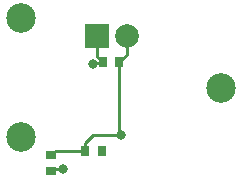
<source format=gbr>
%TF.GenerationSoftware,KiCad,Pcbnew,5.1.10*%
%TF.CreationDate,2021-07-19T16:53:42-07:00*%
%TF.ProjectId,dogbone,646f6762-6f6e-4652-9e6b-696361645f70,rev?*%
%TF.SameCoordinates,Original*%
%TF.FileFunction,Copper,L1,Top*%
%TF.FilePolarity,Positive*%
%FSLAX46Y46*%
G04 Gerber Fmt 4.6, Leading zero omitted, Abs format (unit mm)*
G04 Created by KiCad (PCBNEW 5.1.10) date 2021-07-19 16:53:42*
%MOMM*%
%LPD*%
G01*
G04 APERTURE LIST*
%TA.AperFunction,SMDPad,CuDef*%
%ADD10R,0.725000X0.900000*%
%TD*%
%TA.AperFunction,SMDPad,CuDef*%
%ADD11R,0.900000X0.725000*%
%TD*%
%TA.AperFunction,SMDPad,CuDef*%
%ADD12C,2.000000*%
%TD*%
%TA.AperFunction,SMDPad,CuDef*%
%ADD13R,2.000000X2.000000*%
%TD*%
%TA.AperFunction,ComponentPad*%
%ADD14C,2.500000*%
%TD*%
%TA.AperFunction,ViaPad*%
%ADD15C,0.800000*%
%TD*%
%TA.AperFunction,Conductor*%
%ADD16C,0.250000*%
%TD*%
G04 APERTURE END LIST*
D10*
%TO.P,R3,2*%
%TO.N,UNAMP*%
X55584500Y-88455500D03*
%TO.P,R3,1*%
%TO.N,VGND*%
X56959500Y-88455500D03*
%TD*%
%TO.P,R2,2*%
%TO.N,GND*%
X55499000Y-95948500D03*
%TO.P,R2,1*%
%TO.N,VGND*%
X54124000Y-95948500D03*
%TD*%
D11*
%TO.P,R1,2*%
%TO.N,VGND*%
X51257200Y-96313400D03*
%TO.P,R1,1*%
%TO.N,+3V3*%
X51257200Y-97688400D03*
%TD*%
D12*
%TO.P,BZ1,2*%
%TO.N,VGND*%
X57618000Y-86233000D03*
D13*
%TO.P,BZ1,1*%
%TO.N,UNAMP*%
X55118000Y-86233000D03*
%TD*%
D14*
%TO.P,H3,1*%
%TO.N,N/C*%
X65577000Y-90623000D03*
%TD*%
%TO.P,H2,1*%
%TO.N,N/C*%
X48634000Y-94760000D03*
%TD*%
%TO.P,H1,1*%
%TO.N,N/C*%
X48634000Y-84740000D03*
%TD*%
D15*
%TO.N,VGND*%
X57150000Y-94615000D03*
%TO.N,UNAMP*%
X54737000Y-88582500D03*
%TO.N,+3V3*%
X52273200Y-97485200D03*
%TD*%
D16*
%TO.N,VGND*%
X54124000Y-95248500D02*
X54757500Y-94615000D01*
X54124000Y-95948500D02*
X54124000Y-95248500D01*
X54757500Y-94615000D02*
X57150000Y-94615000D01*
X57150000Y-94615000D02*
X57150000Y-94615000D01*
X57618000Y-87797000D02*
X56959500Y-88455500D01*
X57618000Y-86233000D02*
X57618000Y-87797000D01*
X56959500Y-94424500D02*
X57150000Y-94615000D01*
X56959500Y-88455500D02*
X56959500Y-94424500D01*
X51622100Y-95948500D02*
X51257200Y-96313400D01*
X54124000Y-95948500D02*
X51622100Y-95948500D01*
%TO.N,UNAMP*%
X55118000Y-87989000D02*
X55584500Y-88455500D01*
X55118000Y-86233000D02*
X55118000Y-87989000D01*
X55584500Y-88455500D02*
X54737000Y-88582500D01*
X54737000Y-88582500D02*
X54864000Y-88455500D01*
%TO.N,+3V3*%
X51460400Y-97485200D02*
X51257200Y-97688400D01*
X52273200Y-97485200D02*
X51460400Y-97485200D01*
%TD*%
M02*

</source>
